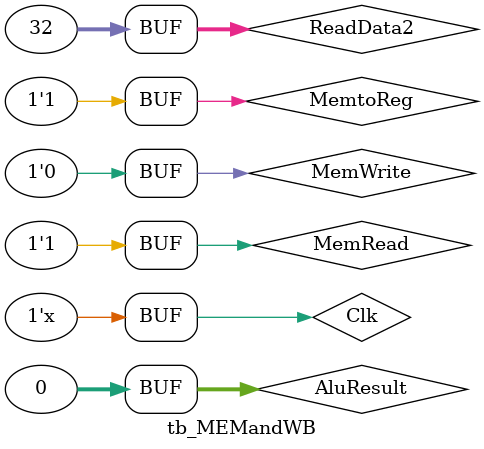
<source format=v>
module tb_MEMandWB();

reg Clk,MemtoReg,MemRead,MemWrite;
reg [31:0] AluResult;
reg [31:0] ReadData2;
wire [31:0] WriteDataReg;

TopModule m1(AluResult,ReadData2,MemtoReg,WriteDataReg,MemRead,MemWrite,Clk);

always
	begin
	#5
	Clk = ~ Clk;
	end
initial 
	begin
	$monitor("ReadData=%d ",WriteDataReg);
	Clk<=0;
	AluResult<=32'b000000_00000_00000_00000_00000_000000;
	MemWrite<=0;
	MemRead<=0;
	ReadData2<=32;
	MemtoReg<=1;
	#15
	AluResult<=32'b000000_00000_00000_00000_00000_000000;
	MemRead<=1;
	MemWrite<=0;
	end

endmodule

</source>
